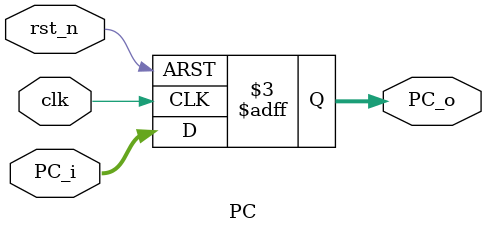
<source format=v>
module PC
(
	clk,
	rst_n,
	PC_i,
	PC_o
);

// Ports.
input           clk;
input           rst_n;
input  [31 : 0] PC_i;
output [31 : 0] PC_o;

// Wires and registers.
reg [31 : 0] PC_o;

always @(posedge clk or negedge rst_n)
begin
	if (~rst_n)
	begin
		PC_o <= 32'b0;
	end
	else
	begin
		PC_o <= PC_i;
	end
end

endmodule

</source>
